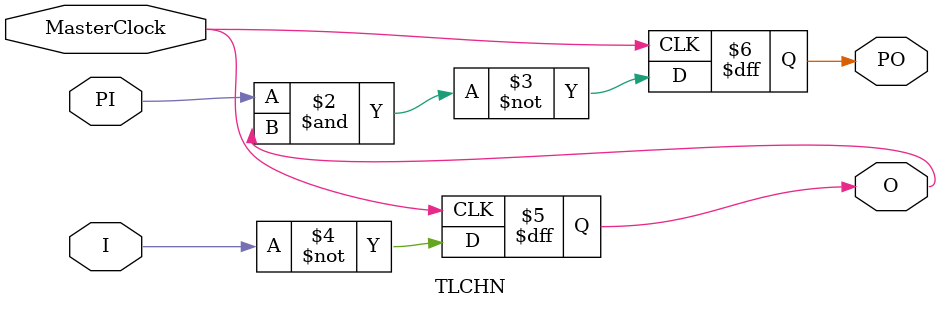
<source format=sv>

module TLCHN
(
    input I,
    input PI,
    output reg O,
    output reg PO,

    input MasterClock
);

always @(posedge MasterClock)
begin

    PO <= ~(PI & O);
    O <= ~I;

end

//assign PO = ~(PI & O);
//assign O = ~I;

endmodule
</source>
